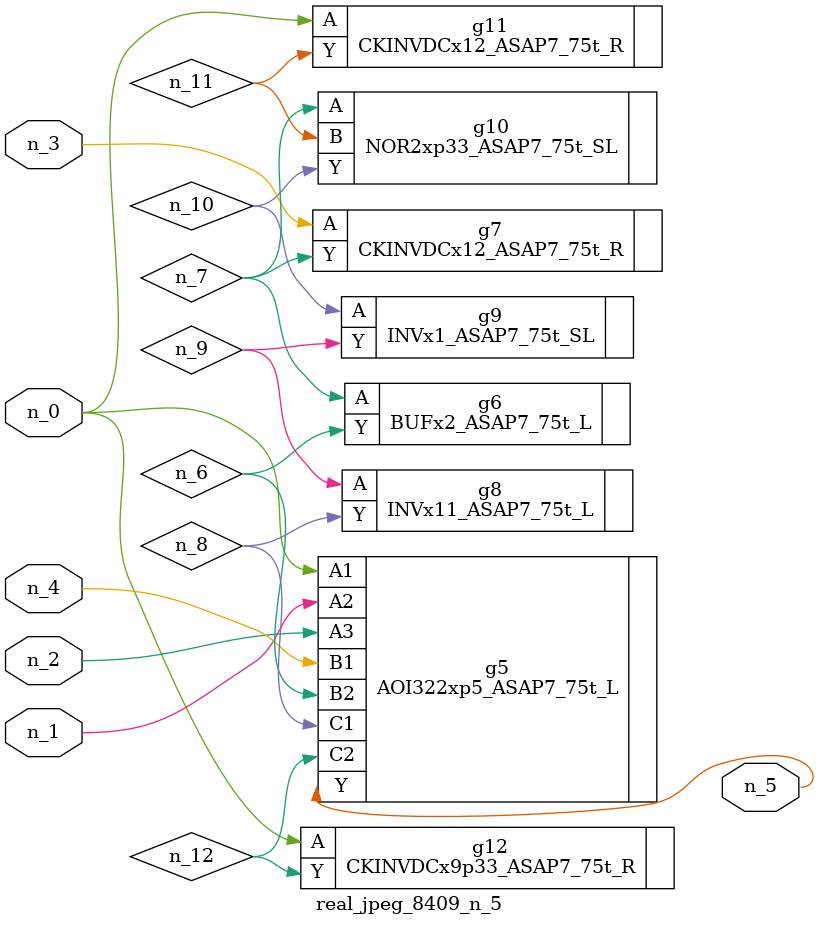
<source format=v>
module real_jpeg_8409_n_5 (n_4, n_0, n_1, n_2, n_3, n_5);

input n_4;
input n_0;
input n_1;
input n_2;
input n_3;

output n_5;

wire n_12;
wire n_8;
wire n_11;
wire n_6;
wire n_7;
wire n_10;
wire n_9;

AOI322xp5_ASAP7_75t_L g5 ( 
.A1(n_0),
.A2(n_1),
.A3(n_2),
.B1(n_4),
.B2(n_6),
.C1(n_8),
.C2(n_12),
.Y(n_5)
);

CKINVDCx12_ASAP7_75t_R g11 ( 
.A(n_0),
.Y(n_11)
);

CKINVDCx9p33_ASAP7_75t_R g12 ( 
.A(n_0),
.Y(n_12)
);

CKINVDCx12_ASAP7_75t_R g7 ( 
.A(n_3),
.Y(n_7)
);

BUFx2_ASAP7_75t_L g6 ( 
.A(n_7),
.Y(n_6)
);

NOR2xp33_ASAP7_75t_SL g10 ( 
.A(n_7),
.B(n_11),
.Y(n_10)
);

INVx11_ASAP7_75t_L g8 ( 
.A(n_9),
.Y(n_8)
);

INVx1_ASAP7_75t_SL g9 ( 
.A(n_10),
.Y(n_9)
);


endmodule
</source>
